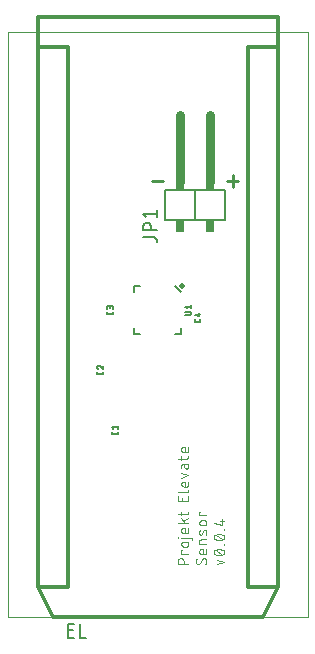
<source format=gto>
G75*
%MOIN*%
%OFA0B0*%
%FSLAX25Y25*%
%IPPOS*%
%LPD*%
%AMOC8*
5,1,8,0,0,1.08239X$1,22.5*
%
%ADD10C,0.00000*%
%ADD11C,0.01100*%
%ADD12C,0.00400*%
%ADD13C,0.00500*%
%ADD14C,0.00600*%
%ADD15C,0.03000*%
%ADD16R,0.03000X0.02000*%
%ADD17R,0.03000X0.04000*%
%ADD18C,0.01200*%
%ADD19C,0.00800*%
%ADD20C,0.02000*%
D10*
X0001000Y0016000D02*
X0001000Y0211000D01*
X0101000Y0211000D01*
X0101000Y0016000D01*
X0001000Y0016000D01*
D11*
X0049050Y0161344D02*
X0052983Y0161344D01*
X0074050Y0161344D02*
X0077983Y0161344D01*
X0076017Y0159378D02*
X0076017Y0163311D01*
D12*
X0061300Y0072760D02*
X0061300Y0071760D01*
X0061298Y0071713D01*
X0061293Y0071666D01*
X0061283Y0071620D01*
X0061271Y0071575D01*
X0061254Y0071530D01*
X0061235Y0071488D01*
X0061212Y0071447D01*
X0061185Y0071407D01*
X0061156Y0071370D01*
X0061124Y0071336D01*
X0061090Y0071304D01*
X0061053Y0071275D01*
X0061013Y0071248D01*
X0060972Y0071225D01*
X0060930Y0071206D01*
X0060885Y0071189D01*
X0060840Y0071177D01*
X0060794Y0071167D01*
X0060747Y0071162D01*
X0060700Y0071160D01*
X0059700Y0071160D01*
X0060100Y0071160D02*
X0060100Y0072760D01*
X0059700Y0072760D01*
X0059644Y0072758D01*
X0059589Y0072752D01*
X0059534Y0072743D01*
X0059479Y0072729D01*
X0059426Y0072712D01*
X0059375Y0072691D01*
X0059324Y0072666D01*
X0059276Y0072638D01*
X0059230Y0072607D01*
X0059186Y0072573D01*
X0059144Y0072535D01*
X0059105Y0072495D01*
X0059070Y0072453D01*
X0059037Y0072407D01*
X0059007Y0072360D01*
X0058981Y0072311D01*
X0058958Y0072260D01*
X0058939Y0072207D01*
X0058924Y0072154D01*
X0058912Y0072099D01*
X0058904Y0072044D01*
X0058900Y0071988D01*
X0058900Y0071932D01*
X0058904Y0071876D01*
X0058912Y0071821D01*
X0058924Y0071766D01*
X0058939Y0071713D01*
X0058958Y0071660D01*
X0058981Y0071609D01*
X0059007Y0071560D01*
X0059037Y0071513D01*
X0059070Y0071467D01*
X0059105Y0071425D01*
X0059144Y0071385D01*
X0059186Y0071347D01*
X0059230Y0071313D01*
X0059276Y0071282D01*
X0059324Y0071254D01*
X0059375Y0071229D01*
X0059426Y0071208D01*
X0059479Y0071191D01*
X0059534Y0071177D01*
X0059589Y0071168D01*
X0059644Y0071162D01*
X0059700Y0071160D01*
X0058900Y0069767D02*
X0058900Y0068567D01*
X0057700Y0068967D02*
X0060700Y0068967D01*
X0060747Y0068969D01*
X0060794Y0068974D01*
X0060840Y0068984D01*
X0060885Y0068996D01*
X0060930Y0069013D01*
X0060972Y0069032D01*
X0061013Y0069055D01*
X0061053Y0069082D01*
X0061090Y0069111D01*
X0061124Y0069143D01*
X0061156Y0069177D01*
X0061185Y0069214D01*
X0061212Y0069254D01*
X0061235Y0069295D01*
X0061254Y0069337D01*
X0061271Y0069382D01*
X0061283Y0069427D01*
X0061293Y0069473D01*
X0061298Y0069520D01*
X0061300Y0069567D01*
X0061300Y0069767D01*
X0061300Y0067219D02*
X0059500Y0067219D01*
X0059900Y0067219D02*
X0059900Y0066319D01*
X0059500Y0067219D02*
X0059453Y0067217D01*
X0059406Y0067212D01*
X0059360Y0067202D01*
X0059315Y0067190D01*
X0059270Y0067173D01*
X0059228Y0067154D01*
X0059187Y0067131D01*
X0059147Y0067104D01*
X0059110Y0067075D01*
X0059076Y0067043D01*
X0059044Y0067009D01*
X0059015Y0066972D01*
X0058988Y0066932D01*
X0058965Y0066891D01*
X0058946Y0066849D01*
X0058929Y0066804D01*
X0058917Y0066759D01*
X0058907Y0066713D01*
X0058902Y0066666D01*
X0058900Y0066619D01*
X0058900Y0065819D01*
X0058900Y0064240D02*
X0061300Y0063440D01*
X0058900Y0062640D01*
X0059700Y0061240D02*
X0060100Y0061240D01*
X0060100Y0059640D01*
X0059700Y0059640D02*
X0060700Y0059640D01*
X0060747Y0059642D01*
X0060794Y0059647D01*
X0060840Y0059657D01*
X0060885Y0059669D01*
X0060930Y0059686D01*
X0060972Y0059705D01*
X0061013Y0059728D01*
X0061053Y0059755D01*
X0061090Y0059784D01*
X0061124Y0059816D01*
X0061156Y0059850D01*
X0061185Y0059887D01*
X0061212Y0059927D01*
X0061235Y0059968D01*
X0061254Y0060010D01*
X0061271Y0060055D01*
X0061283Y0060100D01*
X0061293Y0060146D01*
X0061298Y0060193D01*
X0061300Y0060240D01*
X0061300Y0061240D01*
X0059700Y0061240D02*
X0059644Y0061238D01*
X0059589Y0061232D01*
X0059534Y0061223D01*
X0059479Y0061209D01*
X0059426Y0061192D01*
X0059375Y0061171D01*
X0059324Y0061146D01*
X0059276Y0061118D01*
X0059230Y0061087D01*
X0059186Y0061053D01*
X0059144Y0061015D01*
X0059105Y0060975D01*
X0059070Y0060933D01*
X0059037Y0060887D01*
X0059007Y0060840D01*
X0058981Y0060791D01*
X0058958Y0060740D01*
X0058939Y0060687D01*
X0058924Y0060634D01*
X0058912Y0060579D01*
X0058904Y0060524D01*
X0058900Y0060468D01*
X0058900Y0060412D01*
X0058904Y0060356D01*
X0058912Y0060301D01*
X0058924Y0060246D01*
X0058939Y0060193D01*
X0058958Y0060140D01*
X0058981Y0060089D01*
X0059007Y0060040D01*
X0059037Y0059993D01*
X0059070Y0059947D01*
X0059105Y0059905D01*
X0059144Y0059865D01*
X0059186Y0059827D01*
X0059230Y0059793D01*
X0059276Y0059762D01*
X0059324Y0059734D01*
X0059375Y0059709D01*
X0059426Y0059688D01*
X0059479Y0059671D01*
X0059534Y0059657D01*
X0059589Y0059648D01*
X0059644Y0059642D01*
X0059700Y0059640D01*
X0061300Y0058358D02*
X0061298Y0058311D01*
X0061293Y0058264D01*
X0061283Y0058218D01*
X0061271Y0058173D01*
X0061254Y0058128D01*
X0061235Y0058086D01*
X0061212Y0058045D01*
X0061185Y0058005D01*
X0061156Y0057968D01*
X0061124Y0057934D01*
X0061090Y0057902D01*
X0061053Y0057873D01*
X0061013Y0057846D01*
X0060972Y0057823D01*
X0060930Y0057804D01*
X0060885Y0057787D01*
X0060840Y0057775D01*
X0060794Y0057765D01*
X0060747Y0057760D01*
X0060700Y0057758D01*
X0057700Y0057758D01*
X0057700Y0056368D02*
X0057700Y0054768D01*
X0061300Y0054768D01*
X0061300Y0056368D01*
X0059300Y0055968D02*
X0059300Y0054768D01*
X0058900Y0051287D02*
X0058900Y0050087D01*
X0058900Y0049048D02*
X0060100Y0047448D01*
X0059600Y0048148D02*
X0061300Y0049048D01*
X0060700Y0050487D02*
X0057700Y0050487D01*
X0057700Y0047448D02*
X0061300Y0047448D01*
X0061300Y0045760D02*
X0061300Y0044760D01*
X0061298Y0044713D01*
X0061293Y0044666D01*
X0061283Y0044620D01*
X0061271Y0044575D01*
X0061254Y0044530D01*
X0061235Y0044488D01*
X0061212Y0044447D01*
X0061185Y0044407D01*
X0061156Y0044370D01*
X0061124Y0044336D01*
X0061090Y0044304D01*
X0061053Y0044275D01*
X0061013Y0044248D01*
X0060972Y0044225D01*
X0060930Y0044206D01*
X0060885Y0044189D01*
X0060840Y0044177D01*
X0060794Y0044167D01*
X0060747Y0044162D01*
X0060700Y0044160D01*
X0059700Y0044160D01*
X0060100Y0044160D02*
X0060100Y0045760D01*
X0059700Y0045760D01*
X0059644Y0045758D01*
X0059589Y0045752D01*
X0059534Y0045743D01*
X0059479Y0045729D01*
X0059426Y0045712D01*
X0059375Y0045691D01*
X0059324Y0045666D01*
X0059276Y0045638D01*
X0059230Y0045607D01*
X0059186Y0045573D01*
X0059144Y0045535D01*
X0059105Y0045495D01*
X0059070Y0045453D01*
X0059037Y0045407D01*
X0059007Y0045360D01*
X0058981Y0045311D01*
X0058958Y0045260D01*
X0058939Y0045207D01*
X0058924Y0045154D01*
X0058912Y0045099D01*
X0058904Y0045044D01*
X0058900Y0044988D01*
X0058900Y0044932D01*
X0058904Y0044876D01*
X0058912Y0044821D01*
X0058924Y0044766D01*
X0058939Y0044713D01*
X0058958Y0044660D01*
X0058981Y0044609D01*
X0059007Y0044560D01*
X0059037Y0044513D01*
X0059070Y0044467D01*
X0059105Y0044425D01*
X0059144Y0044385D01*
X0059186Y0044347D01*
X0059230Y0044313D01*
X0059276Y0044282D01*
X0059324Y0044254D01*
X0059375Y0044229D01*
X0059426Y0044208D01*
X0059479Y0044191D01*
X0059534Y0044177D01*
X0059589Y0044168D01*
X0059644Y0044162D01*
X0059700Y0044160D01*
X0058900Y0042610D02*
X0061900Y0042610D01*
X0061947Y0042608D01*
X0061994Y0042603D01*
X0062040Y0042593D01*
X0062085Y0042581D01*
X0062130Y0042564D01*
X0062172Y0042545D01*
X0062213Y0042522D01*
X0062253Y0042495D01*
X0062290Y0042466D01*
X0062324Y0042434D01*
X0062356Y0042400D01*
X0062385Y0042363D01*
X0062412Y0042323D01*
X0062435Y0042282D01*
X0062454Y0042240D01*
X0062471Y0042195D01*
X0062483Y0042150D01*
X0062493Y0042104D01*
X0062498Y0042057D01*
X0062500Y0042010D01*
X0062500Y0041810D01*
X0067101Y0043619D02*
X0067137Y0043726D01*
X0067170Y0043833D01*
X0067199Y0043942D01*
X0067224Y0044051D01*
X0067246Y0044161D01*
X0067265Y0044272D01*
X0067279Y0044383D01*
X0067290Y0044495D01*
X0067297Y0044607D01*
X0067301Y0044720D01*
X0067300Y0044720D02*
X0067299Y0044765D01*
X0067293Y0044809D01*
X0067284Y0044853D01*
X0067272Y0044896D01*
X0067255Y0044938D01*
X0067235Y0044979D01*
X0067211Y0045017D01*
X0067185Y0045053D01*
X0067155Y0045087D01*
X0067122Y0045118D01*
X0067087Y0045146D01*
X0067050Y0045171D01*
X0067010Y0045193D01*
X0066969Y0045211D01*
X0066926Y0045225D01*
X0066883Y0045236D01*
X0066838Y0045243D01*
X0066793Y0045246D01*
X0066748Y0045245D01*
X0066704Y0045240D01*
X0066660Y0045232D01*
X0066616Y0045219D01*
X0066574Y0045203D01*
X0066534Y0045183D01*
X0066495Y0045160D01*
X0066459Y0045134D01*
X0066425Y0045104D01*
X0066393Y0045072D01*
X0066365Y0045037D01*
X0066340Y0045000D01*
X0066318Y0044961D01*
X0066299Y0044920D01*
X0066300Y0044920D02*
X0065900Y0043920D01*
X0065901Y0043920D02*
X0065882Y0043879D01*
X0065860Y0043840D01*
X0065835Y0043803D01*
X0065807Y0043768D01*
X0065775Y0043736D01*
X0065741Y0043706D01*
X0065705Y0043680D01*
X0065666Y0043657D01*
X0065626Y0043637D01*
X0065584Y0043621D01*
X0065540Y0043608D01*
X0065496Y0043600D01*
X0065452Y0043595D01*
X0065407Y0043594D01*
X0065362Y0043597D01*
X0065317Y0043604D01*
X0065274Y0043615D01*
X0065231Y0043629D01*
X0065190Y0043647D01*
X0065150Y0043669D01*
X0065113Y0043694D01*
X0065078Y0043722D01*
X0065045Y0043753D01*
X0065015Y0043787D01*
X0064989Y0043823D01*
X0064965Y0043861D01*
X0064945Y0043902D01*
X0064928Y0043944D01*
X0064916Y0043987D01*
X0064907Y0044031D01*
X0064901Y0044075D01*
X0064900Y0044120D01*
X0065500Y0041980D02*
X0067300Y0041980D01*
X0067300Y0040380D02*
X0064900Y0040380D01*
X0064900Y0041380D01*
X0064902Y0041427D01*
X0064907Y0041474D01*
X0064917Y0041520D01*
X0064929Y0041565D01*
X0064946Y0041610D01*
X0064965Y0041652D01*
X0064988Y0041693D01*
X0065015Y0041733D01*
X0065044Y0041770D01*
X0065076Y0041804D01*
X0065110Y0041836D01*
X0065147Y0041865D01*
X0065187Y0041892D01*
X0065228Y0041915D01*
X0065270Y0041934D01*
X0065315Y0041951D01*
X0065360Y0041963D01*
X0065406Y0041973D01*
X0065453Y0041978D01*
X0065500Y0041980D01*
X0064900Y0044120D02*
X0064903Y0044213D01*
X0064910Y0044306D01*
X0064921Y0044398D01*
X0064936Y0044490D01*
X0064954Y0044581D01*
X0064976Y0044671D01*
X0065002Y0044760D01*
X0065031Y0044848D01*
X0065064Y0044935D01*
X0065100Y0045020D01*
X0065700Y0046740D02*
X0066500Y0046740D01*
X0066556Y0046742D01*
X0066611Y0046748D01*
X0066666Y0046757D01*
X0066721Y0046771D01*
X0066774Y0046788D01*
X0066825Y0046809D01*
X0066876Y0046834D01*
X0066924Y0046862D01*
X0066970Y0046893D01*
X0067014Y0046927D01*
X0067056Y0046965D01*
X0067095Y0047005D01*
X0067130Y0047047D01*
X0067163Y0047093D01*
X0067193Y0047140D01*
X0067219Y0047189D01*
X0067242Y0047240D01*
X0067261Y0047293D01*
X0067276Y0047346D01*
X0067288Y0047401D01*
X0067296Y0047456D01*
X0067300Y0047512D01*
X0067300Y0047568D01*
X0067296Y0047624D01*
X0067288Y0047679D01*
X0067276Y0047734D01*
X0067261Y0047787D01*
X0067242Y0047840D01*
X0067219Y0047891D01*
X0067193Y0047940D01*
X0067163Y0047987D01*
X0067130Y0048033D01*
X0067095Y0048075D01*
X0067056Y0048115D01*
X0067014Y0048153D01*
X0066970Y0048187D01*
X0066924Y0048218D01*
X0066876Y0048246D01*
X0066825Y0048271D01*
X0066774Y0048292D01*
X0066721Y0048309D01*
X0066666Y0048323D01*
X0066611Y0048332D01*
X0066556Y0048338D01*
X0066500Y0048340D01*
X0065700Y0048340D01*
X0065644Y0048338D01*
X0065589Y0048332D01*
X0065534Y0048323D01*
X0065479Y0048309D01*
X0065426Y0048292D01*
X0065375Y0048271D01*
X0065324Y0048246D01*
X0065276Y0048218D01*
X0065230Y0048187D01*
X0065186Y0048153D01*
X0065144Y0048115D01*
X0065105Y0048075D01*
X0065070Y0048033D01*
X0065037Y0047987D01*
X0065007Y0047940D01*
X0064981Y0047891D01*
X0064958Y0047840D01*
X0064939Y0047787D01*
X0064924Y0047734D01*
X0064912Y0047679D01*
X0064904Y0047624D01*
X0064900Y0047568D01*
X0064900Y0047512D01*
X0064904Y0047456D01*
X0064912Y0047401D01*
X0064924Y0047346D01*
X0064939Y0047293D01*
X0064958Y0047240D01*
X0064981Y0047189D01*
X0065007Y0047140D01*
X0065037Y0047093D01*
X0065070Y0047047D01*
X0065105Y0047005D01*
X0065144Y0046965D01*
X0065186Y0046927D01*
X0065230Y0046893D01*
X0065276Y0046862D01*
X0065324Y0046834D01*
X0065375Y0046809D01*
X0065426Y0046788D01*
X0065479Y0046771D01*
X0065534Y0046757D01*
X0065589Y0046748D01*
X0065644Y0046742D01*
X0065700Y0046740D01*
X0064900Y0050003D02*
X0064900Y0051203D01*
X0065300Y0051203D01*
X0064900Y0050003D02*
X0067300Y0050003D01*
X0069700Y0047620D02*
X0072500Y0046820D01*
X0072500Y0048820D01*
X0071700Y0048220D02*
X0073300Y0048220D01*
X0073300Y0045400D02*
X0073300Y0045200D01*
X0073100Y0045200D01*
X0073100Y0045400D01*
X0073300Y0045400D01*
X0072800Y0043480D02*
X0072850Y0043461D01*
X0072899Y0043438D01*
X0072946Y0043411D01*
X0072991Y0043381D01*
X0073034Y0043348D01*
X0073074Y0043312D01*
X0073112Y0043273D01*
X0073146Y0043232D01*
X0073177Y0043188D01*
X0073206Y0043142D01*
X0073230Y0043094D01*
X0073251Y0043044D01*
X0073269Y0042993D01*
X0073282Y0042941D01*
X0073292Y0042888D01*
X0073298Y0042834D01*
X0073300Y0042780D01*
X0073298Y0042726D01*
X0073292Y0042672D01*
X0073282Y0042619D01*
X0073269Y0042567D01*
X0073251Y0042516D01*
X0073230Y0042466D01*
X0073206Y0042418D01*
X0073177Y0042372D01*
X0073146Y0042328D01*
X0073112Y0042287D01*
X0073074Y0042248D01*
X0073034Y0042212D01*
X0072991Y0042179D01*
X0072946Y0042149D01*
X0072899Y0042122D01*
X0072850Y0042099D01*
X0072800Y0042080D01*
X0072500Y0041980D02*
X0070500Y0043580D01*
X0070200Y0043480D02*
X0070150Y0043461D01*
X0070101Y0043438D01*
X0070054Y0043411D01*
X0070009Y0043381D01*
X0069966Y0043348D01*
X0069926Y0043312D01*
X0069888Y0043273D01*
X0069854Y0043232D01*
X0069823Y0043188D01*
X0069794Y0043142D01*
X0069770Y0043094D01*
X0069749Y0043044D01*
X0069731Y0042993D01*
X0069718Y0042941D01*
X0069708Y0042888D01*
X0069702Y0042834D01*
X0069700Y0042780D01*
X0069702Y0042726D01*
X0069708Y0042672D01*
X0069718Y0042619D01*
X0069731Y0042567D01*
X0069749Y0042516D01*
X0069770Y0042466D01*
X0069794Y0042418D01*
X0069823Y0042372D01*
X0069854Y0042328D01*
X0069888Y0042287D01*
X0069926Y0042248D01*
X0069966Y0042212D01*
X0070009Y0042179D01*
X0070054Y0042149D01*
X0070101Y0042122D01*
X0070150Y0042099D01*
X0070200Y0042080D01*
X0071500Y0043780D02*
X0071604Y0043778D01*
X0071707Y0043773D01*
X0071810Y0043764D01*
X0071913Y0043751D01*
X0072015Y0043735D01*
X0072117Y0043715D01*
X0072217Y0043692D01*
X0072317Y0043665D01*
X0072416Y0043635D01*
X0072514Y0043601D01*
X0072611Y0043564D01*
X0072706Y0043524D01*
X0072800Y0043480D01*
X0072800Y0042080D02*
X0072706Y0042036D01*
X0072611Y0041996D01*
X0072514Y0041959D01*
X0072416Y0041925D01*
X0072317Y0041895D01*
X0072217Y0041868D01*
X0072117Y0041845D01*
X0072015Y0041825D01*
X0071913Y0041809D01*
X0071810Y0041796D01*
X0071707Y0041787D01*
X0071604Y0041782D01*
X0071500Y0041780D01*
X0071500Y0043780D02*
X0071396Y0043778D01*
X0071293Y0043773D01*
X0071190Y0043764D01*
X0071087Y0043751D01*
X0070985Y0043735D01*
X0070883Y0043715D01*
X0070783Y0043692D01*
X0070683Y0043665D01*
X0070584Y0043635D01*
X0070486Y0043601D01*
X0070389Y0043564D01*
X0070294Y0043524D01*
X0070200Y0043480D01*
X0070200Y0042080D02*
X0070294Y0042036D01*
X0070389Y0041996D01*
X0070486Y0041959D01*
X0070584Y0041925D01*
X0070683Y0041895D01*
X0070783Y0041868D01*
X0070883Y0041845D01*
X0070985Y0041825D01*
X0071087Y0041809D01*
X0071190Y0041796D01*
X0071293Y0041787D01*
X0071396Y0041782D01*
X0071500Y0041780D01*
X0072800Y0037040D02*
X0072706Y0036996D01*
X0072611Y0036956D01*
X0072514Y0036919D01*
X0072416Y0036885D01*
X0072317Y0036855D01*
X0072217Y0036828D01*
X0072117Y0036805D01*
X0072015Y0036785D01*
X0071913Y0036769D01*
X0071810Y0036756D01*
X0071707Y0036747D01*
X0071604Y0036742D01*
X0071500Y0036740D01*
X0071500Y0038740D02*
X0071604Y0038738D01*
X0071707Y0038733D01*
X0071810Y0038724D01*
X0071913Y0038711D01*
X0072015Y0038695D01*
X0072117Y0038675D01*
X0072217Y0038652D01*
X0072317Y0038625D01*
X0072416Y0038595D01*
X0072514Y0038561D01*
X0072611Y0038524D01*
X0072706Y0038484D01*
X0072800Y0038440D01*
X0072850Y0038421D01*
X0072899Y0038398D01*
X0072946Y0038371D01*
X0072991Y0038341D01*
X0073034Y0038308D01*
X0073074Y0038272D01*
X0073112Y0038233D01*
X0073146Y0038192D01*
X0073177Y0038148D01*
X0073206Y0038102D01*
X0073230Y0038054D01*
X0073251Y0038004D01*
X0073269Y0037953D01*
X0073282Y0037901D01*
X0073292Y0037848D01*
X0073298Y0037794D01*
X0073300Y0037740D01*
X0073298Y0037686D01*
X0073292Y0037632D01*
X0073282Y0037579D01*
X0073269Y0037527D01*
X0073251Y0037476D01*
X0073230Y0037426D01*
X0073206Y0037378D01*
X0073177Y0037332D01*
X0073146Y0037288D01*
X0073112Y0037247D01*
X0073074Y0037208D01*
X0073034Y0037172D01*
X0072991Y0037139D01*
X0072946Y0037109D01*
X0072899Y0037082D01*
X0072850Y0037059D01*
X0072800Y0037040D01*
X0072500Y0036940D02*
X0070500Y0038540D01*
X0070200Y0038440D02*
X0070150Y0038421D01*
X0070101Y0038398D01*
X0070054Y0038371D01*
X0070009Y0038341D01*
X0069966Y0038308D01*
X0069926Y0038272D01*
X0069888Y0038233D01*
X0069854Y0038192D01*
X0069823Y0038148D01*
X0069794Y0038102D01*
X0069770Y0038054D01*
X0069749Y0038004D01*
X0069731Y0037953D01*
X0069718Y0037901D01*
X0069708Y0037848D01*
X0069702Y0037794D01*
X0069700Y0037740D01*
X0069702Y0037686D01*
X0069708Y0037632D01*
X0069718Y0037579D01*
X0069731Y0037527D01*
X0069749Y0037476D01*
X0069770Y0037426D01*
X0069794Y0037378D01*
X0069823Y0037332D01*
X0069854Y0037288D01*
X0069888Y0037247D01*
X0069926Y0037208D01*
X0069966Y0037172D01*
X0070009Y0037139D01*
X0070054Y0037109D01*
X0070101Y0037082D01*
X0070150Y0037059D01*
X0070200Y0037040D01*
X0070200Y0038440D02*
X0070294Y0038484D01*
X0070389Y0038524D01*
X0070486Y0038561D01*
X0070584Y0038595D01*
X0070683Y0038625D01*
X0070783Y0038652D01*
X0070883Y0038675D01*
X0070985Y0038695D01*
X0071087Y0038711D01*
X0071190Y0038724D01*
X0071293Y0038733D01*
X0071396Y0038738D01*
X0071500Y0038740D01*
X0071500Y0036740D02*
X0071396Y0036742D01*
X0071293Y0036747D01*
X0071190Y0036756D01*
X0071087Y0036769D01*
X0070985Y0036785D01*
X0070883Y0036805D01*
X0070783Y0036828D01*
X0070683Y0036855D01*
X0070584Y0036885D01*
X0070486Y0036919D01*
X0070389Y0036956D01*
X0070294Y0036996D01*
X0070200Y0037040D01*
X0070900Y0035300D02*
X0073300Y0034500D01*
X0070900Y0033700D01*
X0073100Y0040160D02*
X0073100Y0040360D01*
X0073300Y0040360D01*
X0073300Y0040160D01*
X0073100Y0040160D01*
X0067300Y0038740D02*
X0067300Y0037740D01*
X0067298Y0037693D01*
X0067293Y0037646D01*
X0067283Y0037600D01*
X0067271Y0037555D01*
X0067254Y0037510D01*
X0067235Y0037468D01*
X0067212Y0037427D01*
X0067185Y0037387D01*
X0067156Y0037350D01*
X0067124Y0037316D01*
X0067090Y0037284D01*
X0067053Y0037255D01*
X0067013Y0037228D01*
X0066972Y0037205D01*
X0066930Y0037186D01*
X0066885Y0037169D01*
X0066840Y0037157D01*
X0066794Y0037147D01*
X0066747Y0037142D01*
X0066700Y0037140D01*
X0065700Y0037140D01*
X0066100Y0037140D02*
X0066100Y0038740D01*
X0065700Y0038740D01*
X0065644Y0038738D01*
X0065589Y0038732D01*
X0065534Y0038723D01*
X0065479Y0038709D01*
X0065426Y0038692D01*
X0065375Y0038671D01*
X0065324Y0038646D01*
X0065276Y0038618D01*
X0065230Y0038587D01*
X0065186Y0038553D01*
X0065144Y0038515D01*
X0065105Y0038475D01*
X0065070Y0038433D01*
X0065037Y0038387D01*
X0065007Y0038340D01*
X0064981Y0038291D01*
X0064958Y0038240D01*
X0064939Y0038187D01*
X0064924Y0038134D01*
X0064912Y0038079D01*
X0064904Y0038024D01*
X0064900Y0037968D01*
X0064900Y0037912D01*
X0064904Y0037856D01*
X0064912Y0037801D01*
X0064924Y0037746D01*
X0064939Y0037693D01*
X0064958Y0037640D01*
X0064981Y0037589D01*
X0065007Y0037540D01*
X0065037Y0037493D01*
X0065070Y0037447D01*
X0065105Y0037405D01*
X0065144Y0037365D01*
X0065186Y0037327D01*
X0065230Y0037293D01*
X0065276Y0037262D01*
X0065324Y0037234D01*
X0065375Y0037209D01*
X0065426Y0037188D01*
X0065479Y0037171D01*
X0065534Y0037157D01*
X0065589Y0037148D01*
X0065644Y0037142D01*
X0065700Y0037140D01*
X0065800Y0035300D02*
X0065200Y0034200D01*
X0063700Y0034600D02*
X0063702Y0034674D01*
X0063707Y0034748D01*
X0063717Y0034822D01*
X0063729Y0034895D01*
X0063746Y0034967D01*
X0063766Y0035039D01*
X0063789Y0035109D01*
X0063816Y0035179D01*
X0063846Y0035246D01*
X0063880Y0035313D01*
X0063917Y0035377D01*
X0063957Y0035440D01*
X0064000Y0035500D01*
X0065200Y0034201D02*
X0065169Y0034153D01*
X0065136Y0034108D01*
X0065100Y0034065D01*
X0065060Y0034025D01*
X0065018Y0033988D01*
X0064974Y0033954D01*
X0064927Y0033922D01*
X0064878Y0033894D01*
X0064828Y0033870D01*
X0064775Y0033849D01*
X0064722Y0033832D01*
X0064667Y0033818D01*
X0064612Y0033809D01*
X0064556Y0033803D01*
X0064500Y0033801D01*
X0064500Y0033800D02*
X0064445Y0033802D01*
X0064391Y0033807D01*
X0064337Y0033817D01*
X0064284Y0033830D01*
X0064232Y0033846D01*
X0064181Y0033866D01*
X0064132Y0033890D01*
X0064084Y0033916D01*
X0064039Y0033946D01*
X0063995Y0033979D01*
X0063954Y0034015D01*
X0063915Y0034054D01*
X0063879Y0034095D01*
X0063846Y0034139D01*
X0063816Y0034184D01*
X0063790Y0034232D01*
X0063766Y0034281D01*
X0063746Y0034332D01*
X0063730Y0034384D01*
X0063717Y0034437D01*
X0063707Y0034491D01*
X0063702Y0034545D01*
X0063700Y0034600D01*
X0066800Y0033700D02*
X0066854Y0033757D01*
X0066906Y0033816D01*
X0066955Y0033877D01*
X0067001Y0033940D01*
X0067044Y0034006D01*
X0067084Y0034074D01*
X0067121Y0034143D01*
X0067154Y0034214D01*
X0067185Y0034286D01*
X0067211Y0034360D01*
X0067235Y0034435D01*
X0067255Y0034511D01*
X0067271Y0034588D01*
X0067284Y0034665D01*
X0067293Y0034743D01*
X0067298Y0034822D01*
X0067300Y0034900D01*
X0067298Y0034955D01*
X0067293Y0035009D01*
X0067283Y0035063D01*
X0067270Y0035116D01*
X0067254Y0035168D01*
X0067234Y0035219D01*
X0067210Y0035268D01*
X0067184Y0035316D01*
X0067154Y0035361D01*
X0067121Y0035405D01*
X0067085Y0035446D01*
X0067046Y0035485D01*
X0067005Y0035521D01*
X0066961Y0035554D01*
X0066916Y0035584D01*
X0066868Y0035610D01*
X0066819Y0035634D01*
X0066768Y0035654D01*
X0066716Y0035670D01*
X0066663Y0035683D01*
X0066609Y0035693D01*
X0066555Y0035698D01*
X0066500Y0035700D01*
X0066444Y0035698D01*
X0066388Y0035692D01*
X0066333Y0035683D01*
X0066278Y0035669D01*
X0066225Y0035652D01*
X0066172Y0035631D01*
X0066122Y0035607D01*
X0066073Y0035579D01*
X0066026Y0035547D01*
X0065982Y0035513D01*
X0065940Y0035476D01*
X0065900Y0035436D01*
X0065864Y0035393D01*
X0065831Y0035348D01*
X0065800Y0035300D01*
X0061300Y0033700D02*
X0057700Y0033700D01*
X0057700Y0034700D01*
X0057702Y0034762D01*
X0057708Y0034823D01*
X0057717Y0034884D01*
X0057730Y0034944D01*
X0057747Y0035003D01*
X0057768Y0035061D01*
X0057792Y0035118D01*
X0057819Y0035173D01*
X0057850Y0035226D01*
X0057884Y0035278D01*
X0057921Y0035327D01*
X0057961Y0035374D01*
X0058004Y0035418D01*
X0058049Y0035459D01*
X0058097Y0035498D01*
X0058148Y0035534D01*
X0058200Y0035566D01*
X0058254Y0035595D01*
X0058310Y0035621D01*
X0058368Y0035643D01*
X0058426Y0035662D01*
X0058486Y0035677D01*
X0058547Y0035688D01*
X0058608Y0035696D01*
X0058669Y0035700D01*
X0058731Y0035700D01*
X0058792Y0035696D01*
X0058853Y0035688D01*
X0058914Y0035677D01*
X0058974Y0035662D01*
X0059032Y0035643D01*
X0059090Y0035621D01*
X0059146Y0035595D01*
X0059200Y0035566D01*
X0059252Y0035534D01*
X0059303Y0035498D01*
X0059351Y0035459D01*
X0059396Y0035418D01*
X0059439Y0035374D01*
X0059479Y0035327D01*
X0059516Y0035278D01*
X0059550Y0035226D01*
X0059581Y0035173D01*
X0059608Y0035118D01*
X0059632Y0035061D01*
X0059653Y0035003D01*
X0059670Y0034944D01*
X0059683Y0034884D01*
X0059692Y0034823D01*
X0059698Y0034762D01*
X0059700Y0034700D01*
X0059700Y0033700D01*
X0058900Y0037224D02*
X0058900Y0038424D01*
X0059300Y0038424D01*
X0059700Y0039600D02*
X0060500Y0039600D01*
X0060556Y0039602D01*
X0060611Y0039608D01*
X0060666Y0039617D01*
X0060721Y0039631D01*
X0060774Y0039648D01*
X0060825Y0039669D01*
X0060876Y0039694D01*
X0060924Y0039722D01*
X0060970Y0039753D01*
X0061014Y0039787D01*
X0061056Y0039825D01*
X0061095Y0039865D01*
X0061130Y0039907D01*
X0061163Y0039953D01*
X0061193Y0040000D01*
X0061219Y0040049D01*
X0061242Y0040100D01*
X0061261Y0040153D01*
X0061276Y0040206D01*
X0061288Y0040261D01*
X0061296Y0040316D01*
X0061300Y0040372D01*
X0061300Y0040428D01*
X0061296Y0040484D01*
X0061288Y0040539D01*
X0061276Y0040594D01*
X0061261Y0040647D01*
X0061242Y0040700D01*
X0061219Y0040751D01*
X0061193Y0040800D01*
X0061163Y0040847D01*
X0061130Y0040893D01*
X0061095Y0040935D01*
X0061056Y0040975D01*
X0061014Y0041013D01*
X0060970Y0041047D01*
X0060924Y0041078D01*
X0060876Y0041106D01*
X0060825Y0041131D01*
X0060774Y0041152D01*
X0060721Y0041169D01*
X0060666Y0041183D01*
X0060611Y0041192D01*
X0060556Y0041198D01*
X0060500Y0041200D01*
X0059700Y0041200D01*
X0059644Y0041198D01*
X0059589Y0041192D01*
X0059534Y0041183D01*
X0059479Y0041169D01*
X0059426Y0041152D01*
X0059375Y0041131D01*
X0059324Y0041106D01*
X0059276Y0041078D01*
X0059230Y0041047D01*
X0059186Y0041013D01*
X0059144Y0040975D01*
X0059105Y0040935D01*
X0059070Y0040893D01*
X0059037Y0040847D01*
X0059007Y0040800D01*
X0058981Y0040751D01*
X0058958Y0040700D01*
X0058939Y0040647D01*
X0058924Y0040594D01*
X0058912Y0040539D01*
X0058904Y0040484D01*
X0058900Y0040428D01*
X0058900Y0040372D01*
X0058904Y0040316D01*
X0058912Y0040261D01*
X0058924Y0040206D01*
X0058939Y0040153D01*
X0058958Y0040100D01*
X0058981Y0040049D01*
X0059007Y0040000D01*
X0059037Y0039953D01*
X0059070Y0039907D01*
X0059105Y0039865D01*
X0059144Y0039825D01*
X0059186Y0039787D01*
X0059230Y0039753D01*
X0059276Y0039722D01*
X0059324Y0039694D01*
X0059375Y0039669D01*
X0059426Y0039648D01*
X0059479Y0039631D01*
X0059534Y0039617D01*
X0059589Y0039608D01*
X0059644Y0039602D01*
X0059700Y0039600D01*
X0058900Y0037224D02*
X0061300Y0037224D01*
X0057900Y0042510D02*
X0057900Y0042710D01*
X0057700Y0042710D01*
X0057700Y0042510D01*
X0057900Y0042510D01*
X0060700Y0050487D02*
X0060747Y0050489D01*
X0060794Y0050494D01*
X0060840Y0050504D01*
X0060885Y0050516D01*
X0060930Y0050533D01*
X0060972Y0050552D01*
X0061013Y0050575D01*
X0061053Y0050602D01*
X0061090Y0050631D01*
X0061124Y0050663D01*
X0061156Y0050697D01*
X0061185Y0050734D01*
X0061212Y0050774D01*
X0061235Y0050815D01*
X0061254Y0050857D01*
X0061271Y0050902D01*
X0061283Y0050947D01*
X0061293Y0050993D01*
X0061298Y0051040D01*
X0061300Y0051087D01*
X0061300Y0051287D01*
X0061300Y0066319D02*
X0061300Y0067219D01*
X0061300Y0066319D02*
X0061298Y0066268D01*
X0061293Y0066217D01*
X0061283Y0066167D01*
X0061270Y0066117D01*
X0061254Y0066069D01*
X0061234Y0066022D01*
X0061210Y0065976D01*
X0061184Y0065933D01*
X0061154Y0065891D01*
X0061121Y0065852D01*
X0061086Y0065815D01*
X0061048Y0065781D01*
X0061007Y0065750D01*
X0060965Y0065721D01*
X0060920Y0065696D01*
X0060874Y0065675D01*
X0060826Y0065656D01*
X0060777Y0065642D01*
X0060727Y0065631D01*
X0060677Y0065623D01*
X0060626Y0065619D01*
X0060574Y0065619D01*
X0060523Y0065623D01*
X0060473Y0065631D01*
X0060423Y0065642D01*
X0060374Y0065656D01*
X0060326Y0065675D01*
X0060280Y0065696D01*
X0060235Y0065721D01*
X0060193Y0065750D01*
X0060152Y0065781D01*
X0060114Y0065815D01*
X0060079Y0065852D01*
X0060046Y0065891D01*
X0060016Y0065933D01*
X0059990Y0065976D01*
X0059966Y0066022D01*
X0059946Y0066069D01*
X0059930Y0066117D01*
X0059917Y0066167D01*
X0059907Y0066217D01*
X0059902Y0066268D01*
X0059900Y0066319D01*
D13*
X0037750Y0077489D02*
X0037750Y0077911D01*
X0037750Y0077489D02*
X0037748Y0077450D01*
X0037743Y0077411D01*
X0037734Y0077374D01*
X0037722Y0077337D01*
X0037706Y0077301D01*
X0037687Y0077267D01*
X0037665Y0077235D01*
X0037640Y0077205D01*
X0037612Y0077177D01*
X0037582Y0077152D01*
X0037550Y0077130D01*
X0037516Y0077111D01*
X0037480Y0077095D01*
X0037443Y0077083D01*
X0037406Y0077074D01*
X0037367Y0077069D01*
X0037328Y0077067D01*
X0036272Y0077067D01*
X0036233Y0077069D01*
X0036194Y0077074D01*
X0036157Y0077083D01*
X0036120Y0077095D01*
X0036084Y0077111D01*
X0036050Y0077130D01*
X0036018Y0077152D01*
X0035988Y0077177D01*
X0035960Y0077205D01*
X0035935Y0077235D01*
X0035913Y0077267D01*
X0035894Y0077301D01*
X0035879Y0077337D01*
X0035866Y0077373D01*
X0035857Y0077411D01*
X0035852Y0077450D01*
X0035850Y0077489D01*
X0035850Y0077911D01*
X0036272Y0078878D02*
X0035850Y0079406D01*
X0037750Y0079406D01*
X0037750Y0079933D02*
X0037750Y0078878D01*
X0032328Y0097067D02*
X0031272Y0097067D01*
X0031233Y0097069D01*
X0031194Y0097074D01*
X0031157Y0097083D01*
X0031120Y0097095D01*
X0031084Y0097111D01*
X0031050Y0097130D01*
X0031018Y0097152D01*
X0030988Y0097177D01*
X0030960Y0097205D01*
X0030935Y0097235D01*
X0030913Y0097267D01*
X0030894Y0097301D01*
X0030879Y0097337D01*
X0030866Y0097373D01*
X0030857Y0097411D01*
X0030852Y0097450D01*
X0030850Y0097489D01*
X0030850Y0097911D01*
X0031694Y0099775D02*
X0031665Y0099803D01*
X0031633Y0099830D01*
X0031599Y0099853D01*
X0031563Y0099874D01*
X0031526Y0099892D01*
X0031487Y0099906D01*
X0031448Y0099918D01*
X0031407Y0099926D01*
X0031366Y0099931D01*
X0031325Y0099933D01*
X0031694Y0099775D02*
X0032750Y0098878D01*
X0032750Y0099933D01*
X0031272Y0098878D02*
X0031227Y0098894D01*
X0031184Y0098914D01*
X0031142Y0098938D01*
X0031102Y0098964D01*
X0031064Y0098994D01*
X0031029Y0099026D01*
X0030996Y0099062D01*
X0030967Y0099099D01*
X0030940Y0099139D01*
X0030917Y0099181D01*
X0030896Y0099224D01*
X0030880Y0099269D01*
X0030867Y0099316D01*
X0030858Y0099363D01*
X0030852Y0099410D01*
X0030850Y0099458D01*
X0030852Y0099499D01*
X0030857Y0099541D01*
X0030866Y0099581D01*
X0030879Y0099620D01*
X0030895Y0099659D01*
X0030914Y0099696D01*
X0030936Y0099730D01*
X0030961Y0099763D01*
X0030989Y0099794D01*
X0031020Y0099822D01*
X0031053Y0099847D01*
X0031088Y0099869D01*
X0031124Y0099888D01*
X0031163Y0099904D01*
X0031202Y0099917D01*
X0031243Y0099926D01*
X0031284Y0099931D01*
X0031325Y0099933D01*
X0032750Y0097911D02*
X0032750Y0097489D01*
X0032748Y0097450D01*
X0032743Y0097411D01*
X0032734Y0097374D01*
X0032722Y0097337D01*
X0032706Y0097301D01*
X0032687Y0097267D01*
X0032665Y0097235D01*
X0032640Y0097205D01*
X0032612Y0097177D01*
X0032582Y0097152D01*
X0032550Y0097130D01*
X0032516Y0097111D01*
X0032480Y0097095D01*
X0032443Y0097083D01*
X0032406Y0097074D01*
X0032367Y0097069D01*
X0032328Y0097067D01*
X0034672Y0117067D02*
X0035728Y0117067D01*
X0035767Y0117069D01*
X0035806Y0117074D01*
X0035843Y0117083D01*
X0035880Y0117095D01*
X0035916Y0117111D01*
X0035950Y0117130D01*
X0035982Y0117152D01*
X0036012Y0117177D01*
X0036040Y0117205D01*
X0036065Y0117235D01*
X0036087Y0117267D01*
X0036106Y0117301D01*
X0036122Y0117337D01*
X0036134Y0117374D01*
X0036143Y0117411D01*
X0036148Y0117450D01*
X0036150Y0117489D01*
X0036150Y0117911D01*
X0036150Y0118878D02*
X0036150Y0119406D01*
X0036148Y0119451D01*
X0036142Y0119495D01*
X0036133Y0119539D01*
X0036120Y0119582D01*
X0036103Y0119623D01*
X0036083Y0119664D01*
X0036059Y0119702D01*
X0036033Y0119738D01*
X0036003Y0119771D01*
X0035971Y0119802D01*
X0035936Y0119831D01*
X0035899Y0119856D01*
X0035860Y0119877D01*
X0035819Y0119896D01*
X0035777Y0119911D01*
X0035733Y0119922D01*
X0035689Y0119930D01*
X0035644Y0119934D01*
X0035600Y0119934D01*
X0035555Y0119930D01*
X0035511Y0119922D01*
X0035467Y0119911D01*
X0035425Y0119896D01*
X0035384Y0119877D01*
X0035345Y0119856D01*
X0035308Y0119831D01*
X0035273Y0119802D01*
X0035241Y0119771D01*
X0035211Y0119738D01*
X0035185Y0119702D01*
X0035161Y0119664D01*
X0035141Y0119623D01*
X0035124Y0119582D01*
X0035111Y0119539D01*
X0035102Y0119495D01*
X0035096Y0119451D01*
X0035094Y0119406D01*
X0035094Y0119511D02*
X0035094Y0119089D01*
X0035094Y0119511D02*
X0035092Y0119551D01*
X0035086Y0119591D01*
X0035077Y0119630D01*
X0035064Y0119668D01*
X0035047Y0119704D01*
X0035027Y0119739D01*
X0035004Y0119772D01*
X0034977Y0119802D01*
X0034948Y0119830D01*
X0034917Y0119855D01*
X0034883Y0119876D01*
X0034847Y0119895D01*
X0034810Y0119910D01*
X0034771Y0119921D01*
X0034732Y0119929D01*
X0034692Y0119933D01*
X0034652Y0119933D01*
X0034612Y0119929D01*
X0034573Y0119921D01*
X0034534Y0119910D01*
X0034497Y0119895D01*
X0034461Y0119876D01*
X0034427Y0119855D01*
X0034396Y0119830D01*
X0034367Y0119802D01*
X0034340Y0119772D01*
X0034317Y0119739D01*
X0034297Y0119704D01*
X0034280Y0119668D01*
X0034267Y0119630D01*
X0034258Y0119591D01*
X0034252Y0119551D01*
X0034250Y0119511D01*
X0034250Y0118878D01*
X0034250Y0117911D02*
X0034250Y0117489D01*
X0034252Y0117450D01*
X0034257Y0117411D01*
X0034266Y0117373D01*
X0034279Y0117337D01*
X0034294Y0117301D01*
X0034313Y0117267D01*
X0034335Y0117235D01*
X0034360Y0117205D01*
X0034388Y0117177D01*
X0034418Y0117152D01*
X0034450Y0117130D01*
X0034484Y0117111D01*
X0034520Y0117095D01*
X0034557Y0117083D01*
X0034594Y0117074D01*
X0034633Y0117069D01*
X0034672Y0117067D01*
X0046250Y0142750D02*
X0049750Y0142750D01*
X0049810Y0142748D01*
X0049871Y0142743D01*
X0049930Y0142734D01*
X0049989Y0142721D01*
X0050048Y0142705D01*
X0050105Y0142685D01*
X0050160Y0142662D01*
X0050215Y0142635D01*
X0050267Y0142606D01*
X0050318Y0142573D01*
X0050367Y0142537D01*
X0050413Y0142499D01*
X0050457Y0142457D01*
X0050499Y0142413D01*
X0050537Y0142367D01*
X0050573Y0142318D01*
X0050606Y0142267D01*
X0050635Y0142215D01*
X0050662Y0142160D01*
X0050685Y0142105D01*
X0050705Y0142048D01*
X0050721Y0141989D01*
X0050734Y0141930D01*
X0050743Y0141871D01*
X0050748Y0141810D01*
X0050750Y0141750D01*
X0050750Y0141250D01*
X0050750Y0145104D02*
X0046250Y0145104D01*
X0046250Y0146354D01*
X0047250Y0149379D02*
X0046250Y0150629D01*
X0050750Y0150629D01*
X0050750Y0149379D02*
X0050750Y0151879D01*
X0048750Y0146354D02*
X0048750Y0145104D01*
X0048750Y0146354D02*
X0048748Y0146423D01*
X0048742Y0146492D01*
X0048733Y0146560D01*
X0048720Y0146627D01*
X0048703Y0146694D01*
X0048682Y0146760D01*
X0048658Y0146824D01*
X0048630Y0146887D01*
X0048599Y0146949D01*
X0048565Y0147009D01*
X0048527Y0147066D01*
X0048486Y0147122D01*
X0048443Y0147175D01*
X0048396Y0147226D01*
X0048347Y0147274D01*
X0048295Y0147319D01*
X0048240Y0147361D01*
X0048184Y0147400D01*
X0048125Y0147437D01*
X0048064Y0147469D01*
X0048002Y0147499D01*
X0047938Y0147525D01*
X0047873Y0147547D01*
X0047807Y0147566D01*
X0047740Y0147581D01*
X0047672Y0147592D01*
X0047603Y0147600D01*
X0047534Y0147604D01*
X0047466Y0147604D01*
X0047397Y0147600D01*
X0047328Y0147592D01*
X0047260Y0147581D01*
X0047193Y0147566D01*
X0047127Y0147547D01*
X0047062Y0147525D01*
X0046998Y0147499D01*
X0046936Y0147469D01*
X0046875Y0147437D01*
X0046816Y0147400D01*
X0046760Y0147361D01*
X0046705Y0147319D01*
X0046653Y0147274D01*
X0046604Y0147226D01*
X0046557Y0147175D01*
X0046514Y0147122D01*
X0046473Y0147066D01*
X0046435Y0147009D01*
X0046401Y0146949D01*
X0046370Y0146887D01*
X0046342Y0146824D01*
X0046318Y0146760D01*
X0046297Y0146694D01*
X0046280Y0146627D01*
X0046267Y0146560D01*
X0046258Y0146492D01*
X0046252Y0146423D01*
X0046250Y0146354D01*
X0060250Y0119616D02*
X0062150Y0119616D01*
X0062150Y0119088D02*
X0062150Y0120144D01*
X0061622Y0117912D02*
X0060250Y0117912D01*
X0060250Y0116856D02*
X0061622Y0116856D01*
X0061667Y0116858D01*
X0061711Y0116864D01*
X0061755Y0116873D01*
X0061798Y0116886D01*
X0061839Y0116903D01*
X0061880Y0116923D01*
X0061918Y0116947D01*
X0061954Y0116973D01*
X0061987Y0117003D01*
X0062018Y0117035D01*
X0062047Y0117070D01*
X0062072Y0117107D01*
X0062093Y0117146D01*
X0062112Y0117187D01*
X0062127Y0117229D01*
X0062138Y0117273D01*
X0062146Y0117317D01*
X0062150Y0117362D01*
X0062150Y0117406D01*
X0062146Y0117451D01*
X0062138Y0117495D01*
X0062127Y0117539D01*
X0062112Y0117581D01*
X0062093Y0117622D01*
X0062072Y0117661D01*
X0062047Y0117698D01*
X0062018Y0117733D01*
X0061987Y0117765D01*
X0061954Y0117795D01*
X0061918Y0117821D01*
X0061880Y0117845D01*
X0061839Y0117865D01*
X0061798Y0117882D01*
X0061755Y0117895D01*
X0061711Y0117904D01*
X0061667Y0117910D01*
X0061622Y0117912D01*
X0060672Y0119088D02*
X0060250Y0119616D01*
X0063350Y0116800D02*
X0064828Y0116378D01*
X0064828Y0117433D01*
X0064406Y0117117D02*
X0065250Y0117117D01*
X0065250Y0115411D02*
X0065250Y0114989D01*
X0065248Y0114950D01*
X0065243Y0114911D01*
X0065234Y0114874D01*
X0065222Y0114837D01*
X0065206Y0114801D01*
X0065187Y0114767D01*
X0065165Y0114735D01*
X0065140Y0114705D01*
X0065112Y0114677D01*
X0065082Y0114652D01*
X0065050Y0114630D01*
X0065016Y0114611D01*
X0064980Y0114595D01*
X0064943Y0114583D01*
X0064906Y0114574D01*
X0064867Y0114569D01*
X0064828Y0114567D01*
X0063772Y0114567D01*
X0063733Y0114569D01*
X0063694Y0114574D01*
X0063657Y0114583D01*
X0063620Y0114595D01*
X0063584Y0114611D01*
X0063550Y0114630D01*
X0063518Y0114652D01*
X0063488Y0114677D01*
X0063460Y0114705D01*
X0063435Y0114735D01*
X0063413Y0114767D01*
X0063394Y0114801D01*
X0063379Y0114837D01*
X0063366Y0114873D01*
X0063357Y0114911D01*
X0063352Y0114950D01*
X0063350Y0114989D01*
X0063350Y0115411D01*
X0025150Y0013750D02*
X0025150Y0009250D01*
X0027150Y0009250D01*
X0023250Y0009250D02*
X0021250Y0009250D01*
X0021250Y0013750D01*
X0023250Y0013750D01*
X0022750Y0011750D02*
X0021250Y0011750D01*
D14*
X0053500Y0148500D02*
X0053500Y0158500D01*
X0063500Y0158500D01*
X0073500Y0158500D01*
X0073500Y0148500D01*
X0063500Y0148500D01*
X0063500Y0158500D01*
X0063500Y0148500D02*
X0053500Y0148500D01*
D15*
X0058500Y0161000D02*
X0058500Y0183500D01*
X0068500Y0183500D02*
X0068500Y0161000D01*
D16*
X0068500Y0159500D03*
X0058500Y0159500D03*
D17*
X0058500Y0146500D03*
X0068500Y0146500D03*
D18*
X0081000Y0206000D02*
X0081000Y0026000D01*
X0091000Y0026000D01*
X0086000Y0016000D01*
X0016000Y0016000D01*
X0011000Y0026000D01*
X0021000Y0026000D01*
X0021000Y0206000D01*
X0011000Y0206000D01*
X0011000Y0026000D01*
X0091000Y0026000D02*
X0091000Y0206000D01*
X0081000Y0206000D01*
X0091000Y0206000D02*
X0091000Y0216000D01*
X0011000Y0216000D01*
X0011000Y0206000D01*
D19*
X0043126Y0126374D02*
X0045094Y0126374D01*
X0043126Y0126374D02*
X0043126Y0124406D01*
X0043126Y0112594D02*
X0043126Y0110626D01*
X0045094Y0110626D01*
X0056906Y0110626D02*
X0058874Y0110626D01*
X0058874Y0112594D01*
X0058874Y0124406D02*
X0056906Y0126374D01*
D20*
X0059000Y0126500D03*
M02*

</source>
